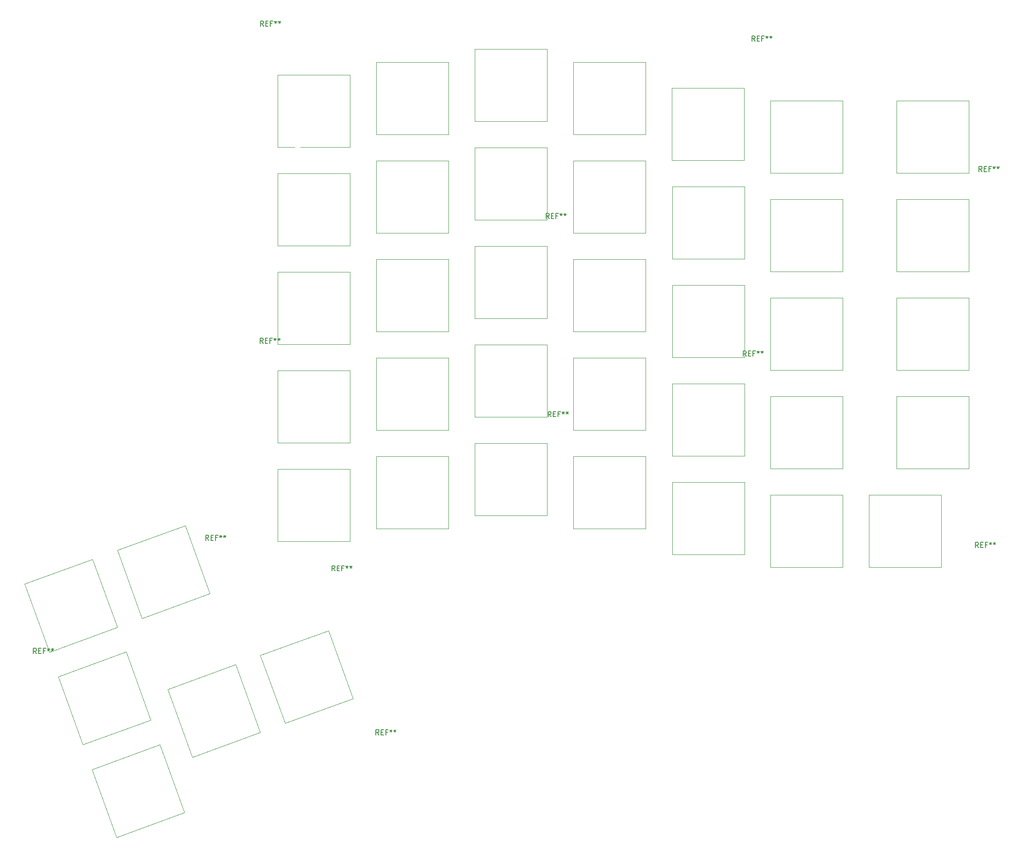
<source format=gto>
G04 #@! TF.GenerationSoftware,KiCad,Pcbnew,7.0.5*
G04 #@! TF.CreationDate,2025-01-08T21:54:48-05:00*
G04 #@! TF.ProjectId,JasonSplitErgoKeyboard_Right,4a61736f-6e53-4706-9c69-744572676f4b,rev?*
G04 #@! TF.SameCoordinates,Original*
G04 #@! TF.FileFunction,Legend,Top*
G04 #@! TF.FilePolarity,Positive*
%FSLAX46Y46*%
G04 Gerber Fmt 4.6, Leading zero omitted, Abs format (unit mm)*
G04 Created by KiCad (PCBNEW 7.0.5) date 2025-01-08 21:54:48*
%MOMM*%
%LPD*%
G01*
G04 APERTURE LIST*
%ADD10C,0.150000*%
%ADD11C,0.120000*%
%ADD12C,2.700000*%
%ADD13C,1.700000*%
%ADD14C,4.000000*%
%ADD15C,2.200000*%
%ADD16C,3.800000*%
%ADD17C,3.050000*%
%ADD18C,1.500000*%
%ADD19C,0.650000*%
%ADD20O,1.000000X1.800000*%
%ADD21O,1.000000X2.100000*%
G04 APERTURE END LIST*
D10*
X274766666Y-86204819D02*
X274433333Y-85728628D01*
X274195238Y-86204819D02*
X274195238Y-85204819D01*
X274195238Y-85204819D02*
X274576190Y-85204819D01*
X274576190Y-85204819D02*
X274671428Y-85252438D01*
X274671428Y-85252438D02*
X274719047Y-85300057D01*
X274719047Y-85300057D02*
X274766666Y-85395295D01*
X274766666Y-85395295D02*
X274766666Y-85538152D01*
X274766666Y-85538152D02*
X274719047Y-85633390D01*
X274719047Y-85633390D02*
X274671428Y-85681009D01*
X274671428Y-85681009D02*
X274576190Y-85728628D01*
X274576190Y-85728628D02*
X274195238Y-85728628D01*
X275195238Y-85681009D02*
X275528571Y-85681009D01*
X275671428Y-86204819D02*
X275195238Y-86204819D01*
X275195238Y-86204819D02*
X275195238Y-85204819D01*
X275195238Y-85204819D02*
X275671428Y-85204819D01*
X276433333Y-85681009D02*
X276100000Y-85681009D01*
X276100000Y-86204819D02*
X276100000Y-85204819D01*
X276100000Y-85204819D02*
X276576190Y-85204819D01*
X277100000Y-85204819D02*
X277100000Y-85442914D01*
X276861905Y-85347676D02*
X277100000Y-85442914D01*
X277100000Y-85442914D02*
X277338095Y-85347676D01*
X276957143Y-85633390D02*
X277100000Y-85442914D01*
X277100000Y-85442914D02*
X277242857Y-85633390D01*
X277861905Y-85204819D02*
X277861905Y-85442914D01*
X277623810Y-85347676D02*
X277861905Y-85442914D01*
X277861905Y-85442914D02*
X278100000Y-85347676D01*
X277719048Y-85633390D02*
X277861905Y-85442914D01*
X277861905Y-85442914D02*
X278004762Y-85633390D01*
X149666666Y-163404819D02*
X149333333Y-162928628D01*
X149095238Y-163404819D02*
X149095238Y-162404819D01*
X149095238Y-162404819D02*
X149476190Y-162404819D01*
X149476190Y-162404819D02*
X149571428Y-162452438D01*
X149571428Y-162452438D02*
X149619047Y-162500057D01*
X149619047Y-162500057D02*
X149666666Y-162595295D01*
X149666666Y-162595295D02*
X149666666Y-162738152D01*
X149666666Y-162738152D02*
X149619047Y-162833390D01*
X149619047Y-162833390D02*
X149571428Y-162881009D01*
X149571428Y-162881009D02*
X149476190Y-162928628D01*
X149476190Y-162928628D02*
X149095238Y-162928628D01*
X150095238Y-162881009D02*
X150428571Y-162881009D01*
X150571428Y-163404819D02*
X150095238Y-163404819D01*
X150095238Y-163404819D02*
X150095238Y-162404819D01*
X150095238Y-162404819D02*
X150571428Y-162404819D01*
X151333333Y-162881009D02*
X151000000Y-162881009D01*
X151000000Y-163404819D02*
X151000000Y-162404819D01*
X151000000Y-162404819D02*
X151476190Y-162404819D01*
X152000000Y-162404819D02*
X152000000Y-162642914D01*
X151761905Y-162547676D02*
X152000000Y-162642914D01*
X152000000Y-162642914D02*
X152238095Y-162547676D01*
X151857143Y-162833390D02*
X152000000Y-162642914D01*
X152000000Y-162642914D02*
X152142857Y-162833390D01*
X152761905Y-162404819D02*
X152761905Y-162642914D01*
X152523810Y-162547676D02*
X152761905Y-162642914D01*
X152761905Y-162642914D02*
X153000000Y-162547676D01*
X152619048Y-162833390D02*
X152761905Y-162642914D01*
X152761905Y-162642914D02*
X152904762Y-162833390D01*
X135866666Y-58104819D02*
X135533333Y-57628628D01*
X135295238Y-58104819D02*
X135295238Y-57104819D01*
X135295238Y-57104819D02*
X135676190Y-57104819D01*
X135676190Y-57104819D02*
X135771428Y-57152438D01*
X135771428Y-57152438D02*
X135819047Y-57200057D01*
X135819047Y-57200057D02*
X135866666Y-57295295D01*
X135866666Y-57295295D02*
X135866666Y-57438152D01*
X135866666Y-57438152D02*
X135819047Y-57533390D01*
X135819047Y-57533390D02*
X135771428Y-57581009D01*
X135771428Y-57581009D02*
X135676190Y-57628628D01*
X135676190Y-57628628D02*
X135295238Y-57628628D01*
X136295238Y-57581009D02*
X136628571Y-57581009D01*
X136771428Y-58104819D02*
X136295238Y-58104819D01*
X136295238Y-58104819D02*
X136295238Y-57104819D01*
X136295238Y-57104819D02*
X136771428Y-57104819D01*
X137533333Y-57581009D02*
X137200000Y-57581009D01*
X137200000Y-58104819D02*
X137200000Y-57104819D01*
X137200000Y-57104819D02*
X137676190Y-57104819D01*
X138200000Y-57104819D02*
X138200000Y-57342914D01*
X137961905Y-57247676D02*
X138200000Y-57342914D01*
X138200000Y-57342914D02*
X138438095Y-57247676D01*
X138057143Y-57533390D02*
X138200000Y-57342914D01*
X138200000Y-57342914D02*
X138342857Y-57533390D01*
X138961905Y-57104819D02*
X138961905Y-57342914D01*
X138723810Y-57247676D02*
X138961905Y-57342914D01*
X138961905Y-57342914D02*
X139200000Y-57247676D01*
X138819048Y-57533390D02*
X138961905Y-57342914D01*
X138961905Y-57342914D02*
X139104762Y-57533390D01*
X125266666Y-157504819D02*
X124933333Y-157028628D01*
X124695238Y-157504819D02*
X124695238Y-156504819D01*
X124695238Y-156504819D02*
X125076190Y-156504819D01*
X125076190Y-156504819D02*
X125171428Y-156552438D01*
X125171428Y-156552438D02*
X125219047Y-156600057D01*
X125219047Y-156600057D02*
X125266666Y-156695295D01*
X125266666Y-156695295D02*
X125266666Y-156838152D01*
X125266666Y-156838152D02*
X125219047Y-156933390D01*
X125219047Y-156933390D02*
X125171428Y-156981009D01*
X125171428Y-156981009D02*
X125076190Y-157028628D01*
X125076190Y-157028628D02*
X124695238Y-157028628D01*
X125695238Y-156981009D02*
X126028571Y-156981009D01*
X126171428Y-157504819D02*
X125695238Y-157504819D01*
X125695238Y-157504819D02*
X125695238Y-156504819D01*
X125695238Y-156504819D02*
X126171428Y-156504819D01*
X126933333Y-156981009D02*
X126600000Y-156981009D01*
X126600000Y-157504819D02*
X126600000Y-156504819D01*
X126600000Y-156504819D02*
X127076190Y-156504819D01*
X127600000Y-156504819D02*
X127600000Y-156742914D01*
X127361905Y-156647676D02*
X127600000Y-156742914D01*
X127600000Y-156742914D02*
X127838095Y-156647676D01*
X127457143Y-156933390D02*
X127600000Y-156742914D01*
X127600000Y-156742914D02*
X127742857Y-156933390D01*
X128361905Y-156504819D02*
X128361905Y-156742914D01*
X128123810Y-156647676D02*
X128361905Y-156742914D01*
X128361905Y-156742914D02*
X128600000Y-156647676D01*
X128219048Y-156933390D02*
X128361905Y-156742914D01*
X128361905Y-156742914D02*
X128504762Y-156933390D01*
X158166666Y-195104819D02*
X157833333Y-194628628D01*
X157595238Y-195104819D02*
X157595238Y-194104819D01*
X157595238Y-194104819D02*
X157976190Y-194104819D01*
X157976190Y-194104819D02*
X158071428Y-194152438D01*
X158071428Y-194152438D02*
X158119047Y-194200057D01*
X158119047Y-194200057D02*
X158166666Y-194295295D01*
X158166666Y-194295295D02*
X158166666Y-194438152D01*
X158166666Y-194438152D02*
X158119047Y-194533390D01*
X158119047Y-194533390D02*
X158071428Y-194581009D01*
X158071428Y-194581009D02*
X157976190Y-194628628D01*
X157976190Y-194628628D02*
X157595238Y-194628628D01*
X158595238Y-194581009D02*
X158928571Y-194581009D01*
X159071428Y-195104819D02*
X158595238Y-195104819D01*
X158595238Y-195104819D02*
X158595238Y-194104819D01*
X158595238Y-194104819D02*
X159071428Y-194104819D01*
X159833333Y-194581009D02*
X159500000Y-194581009D01*
X159500000Y-195104819D02*
X159500000Y-194104819D01*
X159500000Y-194104819D02*
X159976190Y-194104819D01*
X160500000Y-194104819D02*
X160500000Y-194342914D01*
X160261905Y-194247676D02*
X160500000Y-194342914D01*
X160500000Y-194342914D02*
X160738095Y-194247676D01*
X160357143Y-194533390D02*
X160500000Y-194342914D01*
X160500000Y-194342914D02*
X160642857Y-194533390D01*
X161261905Y-194104819D02*
X161261905Y-194342914D01*
X161023810Y-194247676D02*
X161261905Y-194342914D01*
X161261905Y-194342914D02*
X161500000Y-194247676D01*
X161119048Y-194533390D02*
X161261905Y-194342914D01*
X161261905Y-194342914D02*
X161404762Y-194533390D01*
X91966666Y-179404819D02*
X91633333Y-178928628D01*
X91395238Y-179404819D02*
X91395238Y-178404819D01*
X91395238Y-178404819D02*
X91776190Y-178404819D01*
X91776190Y-178404819D02*
X91871428Y-178452438D01*
X91871428Y-178452438D02*
X91919047Y-178500057D01*
X91919047Y-178500057D02*
X91966666Y-178595295D01*
X91966666Y-178595295D02*
X91966666Y-178738152D01*
X91966666Y-178738152D02*
X91919047Y-178833390D01*
X91919047Y-178833390D02*
X91871428Y-178881009D01*
X91871428Y-178881009D02*
X91776190Y-178928628D01*
X91776190Y-178928628D02*
X91395238Y-178928628D01*
X92395238Y-178881009D02*
X92728571Y-178881009D01*
X92871428Y-179404819D02*
X92395238Y-179404819D01*
X92395238Y-179404819D02*
X92395238Y-178404819D01*
X92395238Y-178404819D02*
X92871428Y-178404819D01*
X93633333Y-178881009D02*
X93300000Y-178881009D01*
X93300000Y-179404819D02*
X93300000Y-178404819D01*
X93300000Y-178404819D02*
X93776190Y-178404819D01*
X94300000Y-178404819D02*
X94300000Y-178642914D01*
X94061905Y-178547676D02*
X94300000Y-178642914D01*
X94300000Y-178642914D02*
X94538095Y-178547676D01*
X94157143Y-178833390D02*
X94300000Y-178642914D01*
X94300000Y-178642914D02*
X94442857Y-178833390D01*
X95061905Y-178404819D02*
X95061905Y-178642914D01*
X94823810Y-178547676D02*
X95061905Y-178642914D01*
X95061905Y-178642914D02*
X95300000Y-178547676D01*
X94919048Y-178833390D02*
X95061905Y-178642914D01*
X95061905Y-178642914D02*
X95204762Y-178833390D01*
X135766666Y-119404819D02*
X135433333Y-118928628D01*
X135195238Y-119404819D02*
X135195238Y-118404819D01*
X135195238Y-118404819D02*
X135576190Y-118404819D01*
X135576190Y-118404819D02*
X135671428Y-118452438D01*
X135671428Y-118452438D02*
X135719047Y-118500057D01*
X135719047Y-118500057D02*
X135766666Y-118595295D01*
X135766666Y-118595295D02*
X135766666Y-118738152D01*
X135766666Y-118738152D02*
X135719047Y-118833390D01*
X135719047Y-118833390D02*
X135671428Y-118881009D01*
X135671428Y-118881009D02*
X135576190Y-118928628D01*
X135576190Y-118928628D02*
X135195238Y-118928628D01*
X136195238Y-118881009D02*
X136528571Y-118881009D01*
X136671428Y-119404819D02*
X136195238Y-119404819D01*
X136195238Y-119404819D02*
X136195238Y-118404819D01*
X136195238Y-118404819D02*
X136671428Y-118404819D01*
X137433333Y-118881009D02*
X137100000Y-118881009D01*
X137100000Y-119404819D02*
X137100000Y-118404819D01*
X137100000Y-118404819D02*
X137576190Y-118404819D01*
X138100000Y-118404819D02*
X138100000Y-118642914D01*
X137861905Y-118547676D02*
X138100000Y-118642914D01*
X138100000Y-118642914D02*
X138338095Y-118547676D01*
X137957143Y-118833390D02*
X138100000Y-118642914D01*
X138100000Y-118642914D02*
X138242857Y-118833390D01*
X138861905Y-118404819D02*
X138861905Y-118642914D01*
X138623810Y-118547676D02*
X138861905Y-118642914D01*
X138861905Y-118642914D02*
X139100000Y-118547676D01*
X138719048Y-118833390D02*
X138861905Y-118642914D01*
X138861905Y-118642914D02*
X139004762Y-118833390D01*
X230866666Y-61004819D02*
X230533333Y-60528628D01*
X230295238Y-61004819D02*
X230295238Y-60004819D01*
X230295238Y-60004819D02*
X230676190Y-60004819D01*
X230676190Y-60004819D02*
X230771428Y-60052438D01*
X230771428Y-60052438D02*
X230819047Y-60100057D01*
X230819047Y-60100057D02*
X230866666Y-60195295D01*
X230866666Y-60195295D02*
X230866666Y-60338152D01*
X230866666Y-60338152D02*
X230819047Y-60433390D01*
X230819047Y-60433390D02*
X230771428Y-60481009D01*
X230771428Y-60481009D02*
X230676190Y-60528628D01*
X230676190Y-60528628D02*
X230295238Y-60528628D01*
X231295238Y-60481009D02*
X231628571Y-60481009D01*
X231771428Y-61004819D02*
X231295238Y-61004819D01*
X231295238Y-61004819D02*
X231295238Y-60004819D01*
X231295238Y-60004819D02*
X231771428Y-60004819D01*
X232533333Y-60481009D02*
X232200000Y-60481009D01*
X232200000Y-61004819D02*
X232200000Y-60004819D01*
X232200000Y-60004819D02*
X232676190Y-60004819D01*
X233200000Y-60004819D02*
X233200000Y-60242914D01*
X232961905Y-60147676D02*
X233200000Y-60242914D01*
X233200000Y-60242914D02*
X233438095Y-60147676D01*
X233057143Y-60433390D02*
X233200000Y-60242914D01*
X233200000Y-60242914D02*
X233342857Y-60433390D01*
X233961905Y-60004819D02*
X233961905Y-60242914D01*
X233723810Y-60147676D02*
X233961905Y-60242914D01*
X233961905Y-60242914D02*
X234200000Y-60147676D01*
X233819048Y-60433390D02*
X233961905Y-60242914D01*
X233961905Y-60242914D02*
X234104762Y-60433390D01*
X191066666Y-95304819D02*
X190733333Y-94828628D01*
X190495238Y-95304819D02*
X190495238Y-94304819D01*
X190495238Y-94304819D02*
X190876190Y-94304819D01*
X190876190Y-94304819D02*
X190971428Y-94352438D01*
X190971428Y-94352438D02*
X191019047Y-94400057D01*
X191019047Y-94400057D02*
X191066666Y-94495295D01*
X191066666Y-94495295D02*
X191066666Y-94638152D01*
X191066666Y-94638152D02*
X191019047Y-94733390D01*
X191019047Y-94733390D02*
X190971428Y-94781009D01*
X190971428Y-94781009D02*
X190876190Y-94828628D01*
X190876190Y-94828628D02*
X190495238Y-94828628D01*
X191495238Y-94781009D02*
X191828571Y-94781009D01*
X191971428Y-95304819D02*
X191495238Y-95304819D01*
X191495238Y-95304819D02*
X191495238Y-94304819D01*
X191495238Y-94304819D02*
X191971428Y-94304819D01*
X192733333Y-94781009D02*
X192400000Y-94781009D01*
X192400000Y-95304819D02*
X192400000Y-94304819D01*
X192400000Y-94304819D02*
X192876190Y-94304819D01*
X193400000Y-94304819D02*
X193400000Y-94542914D01*
X193161905Y-94447676D02*
X193400000Y-94542914D01*
X193400000Y-94542914D02*
X193638095Y-94447676D01*
X193257143Y-94733390D02*
X193400000Y-94542914D01*
X193400000Y-94542914D02*
X193542857Y-94733390D01*
X194161905Y-94304819D02*
X194161905Y-94542914D01*
X193923810Y-94447676D02*
X194161905Y-94542914D01*
X194161905Y-94542914D02*
X194400000Y-94447676D01*
X194019048Y-94733390D02*
X194161905Y-94542914D01*
X194161905Y-94542914D02*
X194304762Y-94733390D01*
X229166666Y-121904819D02*
X228833333Y-121428628D01*
X228595238Y-121904819D02*
X228595238Y-120904819D01*
X228595238Y-120904819D02*
X228976190Y-120904819D01*
X228976190Y-120904819D02*
X229071428Y-120952438D01*
X229071428Y-120952438D02*
X229119047Y-121000057D01*
X229119047Y-121000057D02*
X229166666Y-121095295D01*
X229166666Y-121095295D02*
X229166666Y-121238152D01*
X229166666Y-121238152D02*
X229119047Y-121333390D01*
X229119047Y-121333390D02*
X229071428Y-121381009D01*
X229071428Y-121381009D02*
X228976190Y-121428628D01*
X228976190Y-121428628D02*
X228595238Y-121428628D01*
X229595238Y-121381009D02*
X229928571Y-121381009D01*
X230071428Y-121904819D02*
X229595238Y-121904819D01*
X229595238Y-121904819D02*
X229595238Y-120904819D01*
X229595238Y-120904819D02*
X230071428Y-120904819D01*
X230833333Y-121381009D02*
X230500000Y-121381009D01*
X230500000Y-121904819D02*
X230500000Y-120904819D01*
X230500000Y-120904819D02*
X230976190Y-120904819D01*
X231500000Y-120904819D02*
X231500000Y-121142914D01*
X231261905Y-121047676D02*
X231500000Y-121142914D01*
X231500000Y-121142914D02*
X231738095Y-121047676D01*
X231357143Y-121333390D02*
X231500000Y-121142914D01*
X231500000Y-121142914D02*
X231642857Y-121333390D01*
X232261905Y-120904819D02*
X232261905Y-121142914D01*
X232023810Y-121047676D02*
X232261905Y-121142914D01*
X232261905Y-121142914D02*
X232500000Y-121047676D01*
X232119048Y-121333390D02*
X232261905Y-121142914D01*
X232261905Y-121142914D02*
X232404762Y-121333390D01*
X274066666Y-158904819D02*
X273733333Y-158428628D01*
X273495238Y-158904819D02*
X273495238Y-157904819D01*
X273495238Y-157904819D02*
X273876190Y-157904819D01*
X273876190Y-157904819D02*
X273971428Y-157952438D01*
X273971428Y-157952438D02*
X274019047Y-158000057D01*
X274019047Y-158000057D02*
X274066666Y-158095295D01*
X274066666Y-158095295D02*
X274066666Y-158238152D01*
X274066666Y-158238152D02*
X274019047Y-158333390D01*
X274019047Y-158333390D02*
X273971428Y-158381009D01*
X273971428Y-158381009D02*
X273876190Y-158428628D01*
X273876190Y-158428628D02*
X273495238Y-158428628D01*
X274495238Y-158381009D02*
X274828571Y-158381009D01*
X274971428Y-158904819D02*
X274495238Y-158904819D01*
X274495238Y-158904819D02*
X274495238Y-157904819D01*
X274495238Y-157904819D02*
X274971428Y-157904819D01*
X275733333Y-158381009D02*
X275400000Y-158381009D01*
X275400000Y-158904819D02*
X275400000Y-157904819D01*
X275400000Y-157904819D02*
X275876190Y-157904819D01*
X276400000Y-157904819D02*
X276400000Y-158142914D01*
X276161905Y-158047676D02*
X276400000Y-158142914D01*
X276400000Y-158142914D02*
X276638095Y-158047676D01*
X276257143Y-158333390D02*
X276400000Y-158142914D01*
X276400000Y-158142914D02*
X276542857Y-158333390D01*
X277161905Y-157904819D02*
X277161905Y-158142914D01*
X276923810Y-158047676D02*
X277161905Y-158142914D01*
X277161905Y-158142914D02*
X277400000Y-158047676D01*
X277019048Y-158333390D02*
X277161905Y-158142914D01*
X277161905Y-158142914D02*
X277304762Y-158333390D01*
X191466666Y-133604819D02*
X191133333Y-133128628D01*
X190895238Y-133604819D02*
X190895238Y-132604819D01*
X190895238Y-132604819D02*
X191276190Y-132604819D01*
X191276190Y-132604819D02*
X191371428Y-132652438D01*
X191371428Y-132652438D02*
X191419047Y-132700057D01*
X191419047Y-132700057D02*
X191466666Y-132795295D01*
X191466666Y-132795295D02*
X191466666Y-132938152D01*
X191466666Y-132938152D02*
X191419047Y-133033390D01*
X191419047Y-133033390D02*
X191371428Y-133081009D01*
X191371428Y-133081009D02*
X191276190Y-133128628D01*
X191276190Y-133128628D02*
X190895238Y-133128628D01*
X191895238Y-133081009D02*
X192228571Y-133081009D01*
X192371428Y-133604819D02*
X191895238Y-133604819D01*
X191895238Y-133604819D02*
X191895238Y-132604819D01*
X191895238Y-132604819D02*
X192371428Y-132604819D01*
X193133333Y-133081009D02*
X192800000Y-133081009D01*
X192800000Y-133604819D02*
X192800000Y-132604819D01*
X192800000Y-132604819D02*
X193276190Y-132604819D01*
X193800000Y-132604819D02*
X193800000Y-132842914D01*
X193561905Y-132747676D02*
X193800000Y-132842914D01*
X193800000Y-132842914D02*
X194038095Y-132747676D01*
X193657143Y-133033390D02*
X193800000Y-132842914D01*
X193800000Y-132842914D02*
X193942857Y-133033390D01*
X194561905Y-132604819D02*
X194561905Y-132842914D01*
X194323810Y-132747676D02*
X194561905Y-132842914D01*
X194561905Y-132842914D02*
X194800000Y-132747676D01*
X194419048Y-133033390D02*
X194561905Y-132842914D01*
X194561905Y-132842914D02*
X194704762Y-133033390D01*
D11*
X195735000Y-65045000D02*
X209705000Y-65045000D01*
X195735000Y-79015000D02*
X195735000Y-65045000D01*
X209705000Y-65045000D02*
X209705000Y-79015000D01*
X209705000Y-79015000D02*
X195735000Y-79015000D01*
X176695000Y-119695000D02*
X190665000Y-119695000D01*
X176695000Y-133665000D02*
X176695000Y-119695000D01*
X190665000Y-119695000D02*
X190665000Y-133665000D01*
X190665000Y-133665000D02*
X176695000Y-133665000D01*
X195735000Y-122195000D02*
X209705000Y-122195000D01*
X195735000Y-136165000D02*
X195735000Y-122195000D01*
X209705000Y-122195000D02*
X209705000Y-136165000D01*
X209705000Y-136165000D02*
X195735000Y-136165000D01*
X214845000Y-127205000D02*
X228815000Y-127205000D01*
X214845000Y-141175000D02*
X214845000Y-127205000D01*
X228815000Y-127205000D02*
X228815000Y-141175000D01*
X228815000Y-141175000D02*
X214845000Y-141175000D01*
X252925000Y-148735000D02*
X266895000Y-148735000D01*
X252925000Y-162705000D02*
X252925000Y-148735000D01*
X266895000Y-148735000D02*
X266895000Y-162705000D01*
X266895000Y-162705000D02*
X252925000Y-162705000D01*
X214845000Y-146255000D02*
X228815000Y-146255000D01*
X214845000Y-160225000D02*
X214845000Y-146255000D01*
X228815000Y-146255000D02*
X228815000Y-160225000D01*
X228815000Y-160225000D02*
X214845000Y-160225000D01*
X195735000Y-141245000D02*
X209705000Y-141245000D01*
X195735000Y-155215000D02*
X195735000Y-141245000D01*
X209705000Y-141245000D02*
X209705000Y-155215000D01*
X209705000Y-155215000D02*
X195735000Y-155215000D01*
X258205000Y-91595000D02*
X272175000Y-91595000D01*
X258205000Y-105565000D02*
X258205000Y-91595000D01*
X272175000Y-91595000D02*
X272175000Y-105565000D01*
X272175000Y-105565000D02*
X258205000Y-105565000D01*
X130447280Y-181523597D02*
X135225301Y-194651103D01*
X117319774Y-186301619D02*
X130447280Y-181523597D01*
X135225301Y-194651103D02*
X122097795Y-199429125D01*
X122097795Y-199429125D02*
X117319774Y-186301619D01*
X107587879Y-159437627D02*
X120715385Y-154659606D01*
X112365901Y-172565133D02*
X107587879Y-159437627D01*
X120715385Y-154659606D02*
X125493407Y-167787112D01*
X125493407Y-167787112D02*
X112365901Y-172565133D01*
X258205000Y-72545000D02*
X272175000Y-72545000D01*
X258205000Y-86515000D02*
X258205000Y-72545000D01*
X272175000Y-72545000D02*
X272175000Y-86515000D01*
X272175000Y-86515000D02*
X258205000Y-86515000D01*
X138635000Y-105655000D02*
X152605000Y-105655000D01*
X138635000Y-119625000D02*
X138635000Y-105655000D01*
X152605000Y-105655000D02*
X152605000Y-119625000D01*
X152605000Y-119625000D02*
X138635000Y-119625000D01*
X258205000Y-110645000D02*
X272175000Y-110645000D01*
X258205000Y-124615000D02*
X258205000Y-110645000D01*
X272175000Y-110645000D02*
X272175000Y-124615000D01*
X272175000Y-124615000D02*
X258205000Y-124615000D01*
X176695000Y-62545000D02*
X190665000Y-62545000D01*
X176695000Y-76515000D02*
X176695000Y-62545000D01*
X190665000Y-62545000D02*
X190665000Y-76515000D01*
X190665000Y-76515000D02*
X176695000Y-76515000D01*
X102673597Y-201782720D02*
X115801103Y-197004699D01*
X107451619Y-214910226D02*
X102673597Y-201782720D01*
X115801103Y-197004699D02*
X120579125Y-210132205D01*
X120579125Y-210132205D02*
X107451619Y-214910226D01*
X214845000Y-108155000D02*
X228815000Y-108155000D01*
X214845000Y-122125000D02*
X214845000Y-108155000D01*
X228815000Y-108155000D02*
X228815000Y-122125000D01*
X228815000Y-122125000D02*
X214845000Y-122125000D01*
X148384743Y-174977236D02*
X153162764Y-188104742D01*
X135257237Y-179755258D02*
X148384743Y-174977236D01*
X153162764Y-188104742D02*
X140035258Y-192882764D01*
X140035258Y-192882764D02*
X135257237Y-179755258D01*
X157675000Y-122205000D02*
X171645000Y-122205000D01*
X157675000Y-136175000D02*
X157675000Y-122205000D01*
X171645000Y-122205000D02*
X171645000Y-136175000D01*
X171645000Y-136175000D02*
X157675000Y-136175000D01*
X138635000Y-86605000D02*
X152605000Y-86605000D01*
X138635000Y-100575000D02*
X138635000Y-86605000D01*
X152605000Y-86605000D02*
X152605000Y-100575000D01*
X152605000Y-100575000D02*
X138635000Y-100575000D01*
X138635000Y-67555000D02*
X152605000Y-67555000D01*
X138635000Y-81525000D02*
X138635000Y-67555000D01*
X152605000Y-67555000D02*
X152605000Y-81525000D01*
X152605000Y-81525000D02*
X138635000Y-81525000D01*
X157675000Y-103155000D02*
X171645000Y-103155000D01*
X157675000Y-117125000D02*
X157675000Y-103155000D01*
X171645000Y-103155000D02*
X171645000Y-117125000D01*
X171645000Y-117125000D02*
X157675000Y-117125000D01*
X89697879Y-165957627D02*
X102825385Y-161179606D01*
X94475901Y-179085133D02*
X89697879Y-165957627D01*
X102825385Y-161179606D02*
X107603407Y-174307112D01*
X107603407Y-174307112D02*
X94475901Y-179085133D01*
X176695000Y-138745000D02*
X190665000Y-138745000D01*
X176695000Y-152715000D02*
X176695000Y-138745000D01*
X190665000Y-138745000D02*
X190665000Y-152715000D01*
X190665000Y-152715000D02*
X176695000Y-152715000D01*
X214845000Y-89105000D02*
X228815000Y-89105000D01*
X214845000Y-103075000D02*
X214845000Y-89105000D01*
X228815000Y-89105000D02*
X228815000Y-103075000D01*
X228815000Y-103075000D02*
X214845000Y-103075000D01*
X157675000Y-84105000D02*
X171645000Y-84105000D01*
X157675000Y-98075000D02*
X157675000Y-84105000D01*
X171645000Y-84105000D02*
X171645000Y-98075000D01*
X171645000Y-98075000D02*
X157675000Y-98075000D01*
X233885000Y-129685000D02*
X247855000Y-129685000D01*
X233885000Y-143655000D02*
X233885000Y-129685000D01*
X247855000Y-129685000D02*
X247855000Y-143655000D01*
X247855000Y-143655000D02*
X233885000Y-143655000D01*
X195735000Y-103145000D02*
X209705000Y-103145000D01*
X195735000Y-117115000D02*
X195735000Y-103145000D01*
X209705000Y-103145000D02*
X209705000Y-117115000D01*
X209705000Y-117115000D02*
X195735000Y-117115000D01*
X233885000Y-72535000D02*
X247855000Y-72535000D01*
X233885000Y-86505000D02*
X233885000Y-72535000D01*
X247855000Y-72535000D02*
X247855000Y-86505000D01*
X247855000Y-86505000D02*
X233885000Y-86505000D01*
X195735000Y-84095000D02*
X209705000Y-84095000D01*
X195735000Y-98065000D02*
X195735000Y-84095000D01*
X209705000Y-84095000D02*
X209705000Y-98065000D01*
X209705000Y-98065000D02*
X195735000Y-98065000D01*
X233885000Y-110635000D02*
X247855000Y-110635000D01*
X233885000Y-124605000D02*
X233885000Y-110635000D01*
X247855000Y-110635000D02*
X247855000Y-124605000D01*
X247855000Y-124605000D02*
X233885000Y-124605000D01*
X138635000Y-124705000D02*
X152605000Y-124705000D01*
X138635000Y-138675000D02*
X138635000Y-124705000D01*
X152605000Y-124705000D02*
X152605000Y-138675000D01*
X152605000Y-138675000D02*
X138635000Y-138675000D01*
X233885000Y-148735000D02*
X247855000Y-148735000D01*
X233885000Y-162705000D02*
X233885000Y-148735000D01*
X247855000Y-148735000D02*
X247855000Y-162705000D01*
X247855000Y-162705000D02*
X233885000Y-162705000D01*
X96167879Y-183857627D02*
X109295385Y-179079606D01*
X100945901Y-196985133D02*
X96167879Y-183857627D01*
X109295385Y-179079606D02*
X114073407Y-192207112D01*
X114073407Y-192207112D02*
X100945901Y-196985133D01*
X176695000Y-100645000D02*
X190665000Y-100645000D01*
X176695000Y-114615000D02*
X176695000Y-100645000D01*
X190665000Y-100645000D02*
X190665000Y-114615000D01*
X190665000Y-114615000D02*
X176695000Y-114615000D01*
X176695000Y-81595000D02*
X190665000Y-81595000D01*
X176695000Y-95565000D02*
X176695000Y-81595000D01*
X190665000Y-81595000D02*
X190665000Y-95565000D01*
X190665000Y-95565000D02*
X176695000Y-95565000D01*
X214835000Y-70055000D02*
X228805000Y-70055000D01*
X214835000Y-84025000D02*
X214835000Y-70055000D01*
X228805000Y-70055000D02*
X228805000Y-84025000D01*
X228805000Y-84025000D02*
X214835000Y-84025000D01*
X157675000Y-65055000D02*
X171645000Y-65055000D01*
X157675000Y-79025000D02*
X157675000Y-65055000D01*
X171645000Y-65055000D02*
X171645000Y-79025000D01*
X171645000Y-79025000D02*
X157675000Y-79025000D01*
X233885000Y-91585000D02*
X247855000Y-91585000D01*
X233885000Y-105555000D02*
X233885000Y-91585000D01*
X247855000Y-91585000D02*
X247855000Y-105555000D01*
X247855000Y-105555000D02*
X233885000Y-105555000D01*
X258205000Y-129695000D02*
X272175000Y-129695000D01*
X258205000Y-143665000D02*
X258205000Y-129695000D01*
X272175000Y-129695000D02*
X272175000Y-143665000D01*
X272175000Y-143665000D02*
X258205000Y-143665000D01*
X138635000Y-143755000D02*
X152605000Y-143755000D01*
X138635000Y-157725000D02*
X138635000Y-143755000D01*
X152605000Y-143755000D02*
X152605000Y-157725000D01*
X152605000Y-157725000D02*
X138635000Y-157725000D01*
X157675000Y-141255000D02*
X171645000Y-141255000D01*
X157675000Y-155225000D02*
X157675000Y-141255000D01*
X171645000Y-141255000D02*
X171645000Y-155225000D01*
X171645000Y-155225000D02*
X157675000Y-155225000D01*
%LPC*%
D12*
X276100000Y-89100000D03*
D13*
X197640000Y-72030000D03*
D14*
X202720000Y-72030000D03*
D13*
X207800000Y-72030000D03*
D15*
X205260000Y-66950000D03*
X198910000Y-69490000D03*
D13*
X178600000Y-126680000D03*
D14*
X183680000Y-126680000D03*
D13*
X188760000Y-126680000D03*
D15*
X186220000Y-121600000D03*
X179870000Y-124140000D03*
D16*
X265895000Y-62020000D03*
D13*
X197640000Y-129180000D03*
D14*
X202720000Y-129180000D03*
D13*
X207800000Y-129180000D03*
D15*
X205260000Y-124100000D03*
X198910000Y-126640000D03*
D13*
X216750000Y-134190000D03*
D14*
X221830000Y-134190000D03*
D13*
X226910000Y-134190000D03*
D15*
X224370000Y-129110000D03*
X218020000Y-131650000D03*
D13*
X254830000Y-155720000D03*
D14*
X259910000Y-155720000D03*
D13*
X264990000Y-155720000D03*
D15*
X262450000Y-150640000D03*
X256100000Y-153180000D03*
D12*
X151000000Y-166300000D03*
D13*
X216750000Y-153240000D03*
D14*
X221830000Y-153240000D03*
D13*
X226910000Y-153240000D03*
D15*
X224370000Y-148160000D03*
X218020000Y-150700000D03*
D13*
X197640000Y-148230000D03*
D14*
X202720000Y-148230000D03*
D13*
X207800000Y-148230000D03*
D15*
X205260000Y-143150000D03*
X198910000Y-145690000D03*
D13*
X260110000Y-98580000D03*
D14*
X265190000Y-98580000D03*
D13*
X270270000Y-98580000D03*
D15*
X267730000Y-93500000D03*
X261380000Y-96040000D03*
D17*
X128780346Y-176899878D03*
D14*
X114459430Y-182112265D03*
D13*
X124535075Y-185702723D03*
D14*
X126272537Y-190476361D03*
D13*
X128010000Y-195250000D03*
D17*
X136920425Y-199264562D03*
D14*
X122599510Y-204476949D03*
D15*
X131914907Y-191125718D03*
X127356260Y-186027401D03*
D16*
X275420000Y-62020000D03*
D13*
X111767005Y-165349832D03*
D14*
X116540643Y-163612370D03*
D13*
X121314282Y-161874907D03*
D15*
X117190000Y-157970000D03*
X112091683Y-162528647D03*
D12*
X137200000Y-61000000D03*
D13*
X260110000Y-79530000D03*
D14*
X265190000Y-79530000D03*
D13*
X270270000Y-79530000D03*
D15*
X267730000Y-74450000D03*
X261380000Y-76990000D03*
D12*
X126600000Y-160400000D03*
D16*
X256370000Y-62020000D03*
X246845000Y-62020000D03*
D13*
X140540000Y-112640000D03*
D14*
X145620000Y-112640000D03*
D13*
X150700000Y-112640000D03*
D15*
X148160000Y-107560000D03*
X141810000Y-110100000D03*
D12*
X159500000Y-198000000D03*
D13*
X260110000Y-117630000D03*
D14*
X265190000Y-117630000D03*
D13*
X270270000Y-117630000D03*
D15*
X267730000Y-112550000D03*
X261380000Y-115090000D03*
D13*
X178600000Y-69530000D03*
D14*
X183680000Y-69530000D03*
D13*
X188760000Y-69530000D03*
D15*
X186220000Y-64450000D03*
X179870000Y-66990000D03*
D12*
X93300000Y-182300000D03*
X137100000Y-122300000D03*
D13*
X106852723Y-207694925D03*
D14*
X111626361Y-205957463D03*
D13*
X116400000Y-204220000D03*
D15*
X112275718Y-200315093D03*
X107177401Y-204873740D03*
D13*
X216750000Y-115140000D03*
D14*
X221830000Y-115140000D03*
D13*
X226910000Y-115140000D03*
D15*
X224370000Y-110060000D03*
X218020000Y-112600000D03*
D17*
X146717809Y-170353517D03*
D14*
X132396893Y-175565904D03*
D13*
X142472538Y-179156362D03*
D14*
X144210000Y-183930000D03*
D13*
X145947463Y-188703639D03*
D17*
X154857888Y-192718201D03*
D14*
X140536973Y-197930588D03*
D15*
X149852370Y-184579357D03*
X145293723Y-179481040D03*
D12*
X232200000Y-63900000D03*
D13*
X159580000Y-129190000D03*
D14*
X164660000Y-129190000D03*
D13*
X169740000Y-129190000D03*
D15*
X167200000Y-124110000D03*
X160850000Y-126650000D03*
D13*
X140540000Y-93590000D03*
D14*
X145620000Y-93590000D03*
D13*
X150700000Y-93590000D03*
D15*
X148160000Y-88510000D03*
X141810000Y-91050000D03*
D13*
X140540000Y-74540000D03*
D14*
X145620000Y-74540000D03*
D13*
X150700000Y-74540000D03*
D15*
X148160000Y-69460000D03*
X141810000Y-72000000D03*
D13*
X159580000Y-110140000D03*
D14*
X164660000Y-110140000D03*
D13*
X169740000Y-110140000D03*
D15*
X167200000Y-105060000D03*
X160850000Y-107600000D03*
D13*
X93877005Y-171869832D03*
D14*
X98650643Y-170132370D03*
D13*
X103424282Y-168394907D03*
D15*
X99300000Y-164490000D03*
X94201683Y-169048647D03*
D13*
X178600000Y-145730000D03*
D14*
X183680000Y-145730000D03*
D13*
X188760000Y-145730000D03*
D15*
X186220000Y-140650000D03*
X179870000Y-143190000D03*
D12*
X192400000Y-98200000D03*
D13*
X216750000Y-96090000D03*
D14*
X221830000Y-96090000D03*
D13*
X226910000Y-96090000D03*
D15*
X224370000Y-91010000D03*
X218020000Y-93550000D03*
D13*
X159580000Y-91090000D03*
D14*
X164660000Y-91090000D03*
D13*
X169740000Y-91090000D03*
D15*
X167200000Y-86010000D03*
X160850000Y-88550000D03*
D13*
X235790000Y-136670000D03*
D14*
X240870000Y-136670000D03*
D13*
X245950000Y-136670000D03*
D15*
X243410000Y-131590000D03*
X237060000Y-134130000D03*
D13*
X197640000Y-110130000D03*
D14*
X202720000Y-110130000D03*
D13*
X207800000Y-110130000D03*
D15*
X205260000Y-105050000D03*
X198910000Y-107590000D03*
D13*
X235790000Y-79520000D03*
D14*
X240870000Y-79520000D03*
D13*
X245950000Y-79520000D03*
D15*
X243410000Y-74440000D03*
X237060000Y-76980000D03*
D12*
X230500000Y-124800000D03*
D13*
X197640000Y-91080000D03*
D14*
X202720000Y-91080000D03*
D13*
X207800000Y-91080000D03*
D15*
X205260000Y-86000000D03*
X198910000Y-88540000D03*
D13*
X235790000Y-117620000D03*
D14*
X240870000Y-117620000D03*
D13*
X245950000Y-117620000D03*
D15*
X243410000Y-112540000D03*
X237060000Y-115080000D03*
D13*
X140540000Y-131690000D03*
D14*
X145620000Y-131690000D03*
D13*
X150700000Y-131690000D03*
D15*
X148160000Y-126610000D03*
X141810000Y-129150000D03*
D13*
X235790000Y-155720000D03*
D14*
X240870000Y-155720000D03*
D13*
X245950000Y-155720000D03*
D15*
X243410000Y-150640000D03*
X237060000Y-153180000D03*
D12*
X275400000Y-161800000D03*
D13*
X100347005Y-189769832D03*
D14*
X105120643Y-188032370D03*
D13*
X109894282Y-186294907D03*
D15*
X105770000Y-182390000D03*
X100671683Y-186948647D03*
D13*
X178600000Y-107630000D03*
D14*
X183680000Y-107630000D03*
D13*
X188760000Y-107630000D03*
D15*
X186220000Y-102550000D03*
X179870000Y-105090000D03*
D13*
X178600000Y-88580000D03*
D14*
X183680000Y-88580000D03*
D13*
X188760000Y-88580000D03*
D15*
X186220000Y-83500000D03*
X179870000Y-86040000D03*
D13*
X216740000Y-77040000D03*
D14*
X221820000Y-77040000D03*
D13*
X226900000Y-77040000D03*
D15*
X224360000Y-71960000D03*
X218010000Y-74500000D03*
D13*
X159580000Y-72040000D03*
D14*
X164660000Y-72040000D03*
D13*
X169740000Y-72040000D03*
D15*
X167200000Y-66960000D03*
X160850000Y-69500000D03*
D13*
X235790000Y-98570000D03*
D14*
X240870000Y-98570000D03*
D13*
X245950000Y-98570000D03*
D15*
X243410000Y-93490000D03*
X237060000Y-96030000D03*
D13*
X260110000Y-136680000D03*
D14*
X265190000Y-136680000D03*
D13*
X270270000Y-136680000D03*
D15*
X267730000Y-131600000D03*
X261380000Y-134140000D03*
D13*
X140540000Y-150740000D03*
D14*
X145620000Y-150740000D03*
D13*
X150700000Y-150740000D03*
D15*
X148160000Y-145660000D03*
X141810000Y-148200000D03*
D12*
X192800000Y-136500000D03*
D13*
X159580000Y-148240000D03*
D14*
X164660000Y-148240000D03*
D13*
X169740000Y-148240000D03*
D15*
X167200000Y-143160000D03*
X160850000Y-145700000D03*
D16*
X132420000Y-151410000D03*
X126310000Y-153450000D03*
D18*
X135525000Y-82100000D03*
X142525000Y-82100000D03*
D19*
X142870000Y-62400000D03*
X148650000Y-62400000D03*
D20*
X141440000Y-58720000D03*
D21*
X141440000Y-62920000D03*
D20*
X150080000Y-58720000D03*
D21*
X150080000Y-62920000D03*
%LPD*%
M02*

</source>
